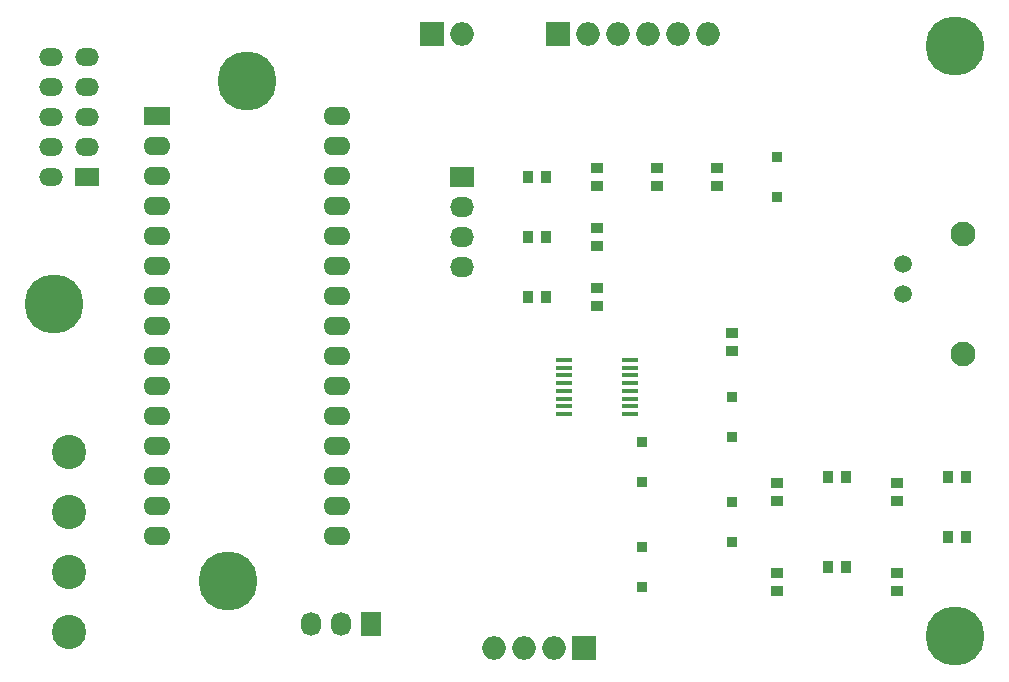
<source format=gbr>
G04 #@! TF.GenerationSoftware,KiCad,Pcbnew,(2017-06-02 revision ac9a64a)-master*
G04 #@! TF.CreationDate,2017-06-11T20:54:29+02:00*
G04 #@! TF.ProjectId,torchctrl,746F7263686374726C2E6B696361645F,rev?*
G04 #@! TF.FileFunction,Soldermask,Top*
G04 #@! TF.FilePolarity,Negative*
%FSLAX46Y46*%
G04 Gerber Fmt 4.6, Leading zero omitted, Abs format (unit mm)*
G04 Created by KiCad (PCBNEW (2017-06-02 revision ac9a64a)-master) date Sun Jun 11 20:54:29 2017*
%MOMM*%
%LPD*%
G01*
G04 APERTURE LIST*
%ADD10C,0.100000*%
%ADD11C,5.000000*%
%ADD12O,1.998980X1.998980*%
%ADD13R,1.998980X1.998980*%
%ADD14R,1.000760X0.899160*%
%ADD15R,0.850900X0.850900*%
%ADD16R,2.032000X1.727200*%
%ADD17O,2.032000X1.727200*%
%ADD18R,0.899160X1.000760*%
%ADD19R,1.470660X0.419100*%
%ADD20R,2.286000X1.574800*%
%ADD21O,2.286000X1.574800*%
%ADD22O,2.000000X1.500000*%
%ADD23R,2.000000X1.500000*%
%ADD24C,1.500000*%
%ADD25C,2.100000*%
%ADD26C,2.900000*%
%ADD27R,1.727200X2.032000*%
%ADD28O,1.727200X2.032000*%
G04 APERTURE END LIST*
D10*
D11*
X110000000Y-63000000D03*
X93662500Y-81851500D03*
X108407200Y-105321100D03*
X170000000Y-110000000D03*
D12*
X128270000Y-59000000D03*
D13*
X125730000Y-59000000D03*
D14*
X139700000Y-70368160D03*
X139700000Y-71871840D03*
X139700000Y-75448160D03*
X139700000Y-76951840D03*
X139700000Y-80528160D03*
X139700000Y-82031840D03*
X151130000Y-84338160D03*
X151130000Y-85841840D03*
X154940000Y-97038160D03*
X154940000Y-98541840D03*
X154940000Y-104658160D03*
X154940000Y-106161840D03*
X165100000Y-97038160D03*
X165100000Y-98541840D03*
X165100000Y-104658160D03*
X165100000Y-106161840D03*
D15*
X154940000Y-72793860D03*
X154940000Y-69446140D03*
X143510000Y-96923860D03*
X143510000Y-93576140D03*
X143510000Y-105813860D03*
X143510000Y-102466140D03*
X151130000Y-93113860D03*
X151130000Y-89766140D03*
X151130000Y-102003860D03*
X151130000Y-98656140D03*
D16*
X128270000Y-71120000D03*
D17*
X128270000Y-73660000D03*
X128270000Y-76200000D03*
X128270000Y-78740000D03*
D18*
X135371840Y-76200000D03*
X133868160Y-76200000D03*
X135371840Y-81280000D03*
X133868160Y-81280000D03*
X135371840Y-71120000D03*
X133868160Y-71120000D03*
X160771840Y-96520000D03*
X159268160Y-96520000D03*
X160771840Y-104140000D03*
X159268160Y-104140000D03*
X170931840Y-96520000D03*
X169428160Y-96520000D03*
X170931840Y-101600000D03*
X169428160Y-101600000D03*
D14*
X144780000Y-70368160D03*
X144780000Y-71871840D03*
X149860000Y-70368160D03*
X149860000Y-71871840D03*
D19*
X136900920Y-88574880D03*
X136900920Y-89225120D03*
X136900920Y-89875360D03*
X136900920Y-90525600D03*
X142494000Y-86634320D03*
X136900920Y-86624160D03*
X136900920Y-87274400D03*
X136900920Y-87924640D03*
X142499080Y-91175840D03*
X142499080Y-90525600D03*
X142499080Y-89875360D03*
X142499080Y-89225120D03*
X142499080Y-88574880D03*
X142499080Y-87924640D03*
X136900920Y-91175840D03*
X142494000Y-87274400D03*
D20*
X102380000Y-65950000D03*
D21*
X102380000Y-68490000D03*
X102380000Y-71030000D03*
X102380000Y-73570000D03*
X102380000Y-76110000D03*
X102380000Y-78650000D03*
X102380000Y-81190000D03*
X102380000Y-83730000D03*
X102380000Y-86270000D03*
X102380000Y-88810000D03*
X102380000Y-91350000D03*
X102380000Y-93890000D03*
X102380000Y-96430000D03*
X102380000Y-98970000D03*
X102380000Y-101510000D03*
X117620000Y-101510000D03*
X117620000Y-98970000D03*
X117620000Y-96430000D03*
X117620000Y-93890000D03*
X117620000Y-91350000D03*
X117620000Y-88810000D03*
X117620000Y-86270000D03*
X117620000Y-83730000D03*
X117620000Y-81190000D03*
X117620000Y-78650000D03*
X117620000Y-76110000D03*
X117620000Y-73570000D03*
X117620000Y-71030000D03*
X117620000Y-68490000D03*
X117620000Y-65950000D03*
D22*
X96520000Y-60920000D03*
X93480000Y-60920000D03*
X93480000Y-63460000D03*
X96520000Y-63460000D03*
D23*
X96520000Y-71080000D03*
D22*
X93480000Y-71080000D03*
X96520000Y-68540000D03*
X93480000Y-68540000D03*
X96520000Y-66000000D03*
X93480000Y-66000000D03*
D24*
X165620000Y-81000000D03*
X165620000Y-78460000D03*
D25*
X170700000Y-75920000D03*
X170700000Y-86080000D03*
D12*
X144000000Y-59000000D03*
D13*
X136380000Y-59000000D03*
D12*
X138920000Y-59000000D03*
X141460000Y-59000000D03*
X146540000Y-59000000D03*
X149080000Y-59000000D03*
X130920000Y-111000000D03*
D13*
X138540000Y-111000000D03*
D12*
X136000000Y-111000000D03*
X133460000Y-111000000D03*
D26*
X95000000Y-94380000D03*
X95000000Y-99460000D03*
X95000000Y-104540000D03*
X95000000Y-109620000D03*
D27*
X120540000Y-109000000D03*
D28*
X118000000Y-109000000D03*
X115460000Y-109000000D03*
D11*
X170000000Y-60000000D03*
M02*

</source>
